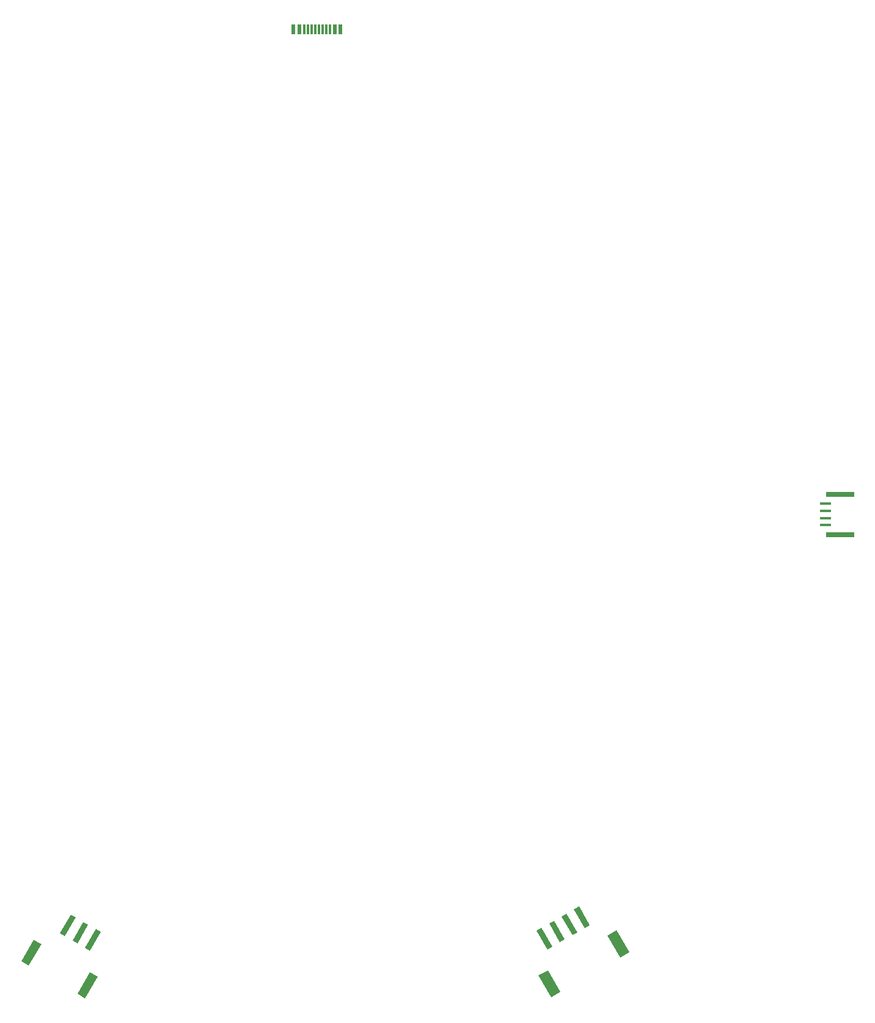
<source format=gbr>
%TF.GenerationSoftware,KiCad,Pcbnew,(5.1.10-1-10_14)*%
%TF.CreationDate,2021-10-01T16:25:32+02:00*%
%TF.ProjectId,Launchpad,4c61756e-6368-4706-9164-2e6b69636164,rev?*%
%TF.SameCoordinates,Original*%
%TF.FileFunction,Paste,Bot*%
%TF.FilePolarity,Positive*%
%FSLAX46Y46*%
G04 Gerber Fmt 4.6, Leading zero omitted, Abs format (unit mm)*
G04 Created by KiCad (PCBNEW (5.1.10-1-10_14)) date 2021-10-01 16:25:32*
%MOMM*%
%LPD*%
G01*
G04 APERTURE LIST*
%ADD10C,0.100000*%
%ADD11R,1.600000X0.400000*%
%ADD12R,4.000000X0.800000*%
%ADD13R,0.300000X1.450000*%
%ADD14R,0.600000X1.450000*%
G04 APERTURE END LIST*
D10*
%TO.C,J3*%
G36*
X137317014Y-157909407D02*
G01*
X138009834Y-157509407D01*
X139509834Y-160107483D01*
X138817014Y-160507483D01*
X137317014Y-157909407D01*
G37*
G36*
X139048699Y-156910773D02*
G01*
X139741519Y-156510773D01*
X141241519Y-159108849D01*
X140548699Y-159508849D01*
X139048699Y-156910773D01*
G37*
G36*
X137593913Y-164105011D02*
G01*
X138892951Y-163355011D01*
X140642951Y-166386099D01*
X139343913Y-167136099D01*
X137593913Y-164105011D01*
G37*
G36*
X147134049Y-158597011D02*
G01*
X148433087Y-157847011D01*
X150183087Y-160878099D01*
X148884049Y-161628099D01*
X147134049Y-158597011D01*
G37*
G36*
X140777053Y-155916371D02*
G01*
X141469873Y-155516371D01*
X142969873Y-158114447D01*
X142277053Y-158514447D01*
X140777053Y-155916371D01*
G37*
G36*
X142507604Y-154913773D02*
G01*
X143200424Y-154513773D01*
X144700424Y-157111849D01*
X144007604Y-157511849D01*
X142507604Y-154913773D01*
G37*
%TD*%
%TO.C,J4*%
G36*
X76237373Y-157663693D02*
G01*
X76930193Y-158063693D01*
X75430193Y-160661769D01*
X74737373Y-160261769D01*
X76237373Y-157663693D01*
G37*
G36*
X75452499Y-163619135D02*
G01*
X76491729Y-164219135D01*
X74741729Y-167250223D01*
X73702499Y-166650223D01*
X75452499Y-163619135D01*
G37*
G36*
X67658271Y-159119135D02*
G01*
X68697501Y-159719135D01*
X66947501Y-162750223D01*
X65908271Y-162150223D01*
X67658271Y-159119135D01*
G37*
G36*
X74506188Y-156664193D02*
G01*
X75199008Y-157064193D01*
X73699008Y-159662269D01*
X73006188Y-159262269D01*
X74506188Y-156664193D01*
G37*
G36*
X72773271Y-155663693D02*
G01*
X73466091Y-156063693D01*
X71966091Y-158661769D01*
X71273271Y-158261769D01*
X72773271Y-155663693D01*
G37*
%TD*%
D11*
%TO.C,J5*%
X177351000Y-98702000D03*
X177351000Y-99702000D03*
X177351000Y-100702000D03*
X177351000Y-101702000D03*
D12*
X179349000Y-97400000D03*
X179349000Y-103000000D03*
%TD*%
D13*
%TO.C,J1*%
X106650000Y-33045000D03*
X108650000Y-33045000D03*
X108150000Y-33045000D03*
X107650000Y-33045000D03*
X107150000Y-33045000D03*
X106150000Y-33045000D03*
X105650000Y-33045000D03*
X105150000Y-33045000D03*
D14*
X110150000Y-33045000D03*
X109350000Y-33045000D03*
X104450000Y-33045000D03*
X103650000Y-33045000D03*
X103650000Y-33045000D03*
X104450000Y-33045000D03*
X109350000Y-33045000D03*
X110150000Y-33045000D03*
%TD*%
M02*

</source>
